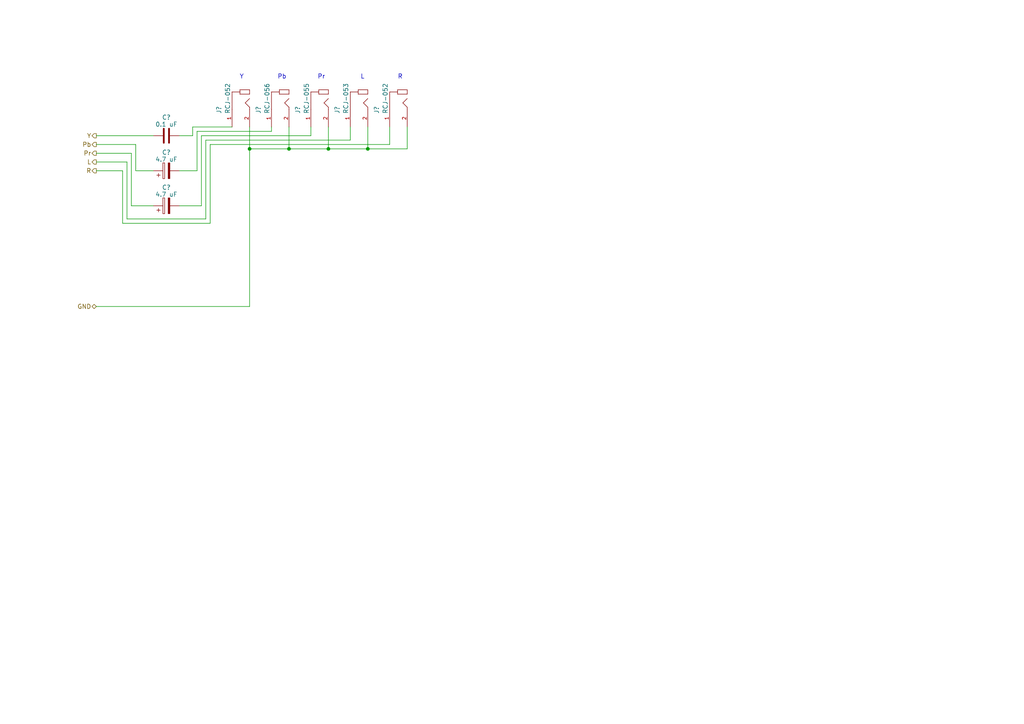
<source format=kicad_sch>
(kicad_sch (version 20250114) (generator "eeschema") (generator_version "9.0")
  (paper "A4")
  (title_block (title "OCS6 - Component Input") (company "Garrett Dickinson"))
  (lib_symbols
    (symbol "CUI_RCJ:CUI_RCJ-052" (pin_names (offset 1.016) (hide yes))
      (property "Reference" "J" (at -5.6388 4.0894 0))
      (property "Value" "CUI_RCJ-052" (at -5.1308 -5.6388 0))
      (symbol "CUI_RCJ-052_0_0"
        (polyline (pts (xy -5.715 2.54) (xy -5.715 -0.254)) (stroke (width 0.1524)))
        (polyline (pts (xy -5.715 -0.254) (xy -5.08 -0.254)) (stroke (width 0.1524)))
        (polyline (pts (xy -5.08 -0.254) (xy -4.445 -0.254)) (stroke (width 0.1524)))
        (polyline (pts (xy -5.08 -2.54) (xy -5.08 -0.254)) (stroke (width 0.1524)))
        (polyline (pts (xy -4.445 2.54) (xy -5.715 2.54)) (stroke (width 0.1524)))
        (polyline (pts (xy -4.445 -0.254) (xy -4.445 2.54)) (stroke (width 0.1524)))
        (polyline (pts (xy -1.905 1.27) (xy -3.175 2.54)) (stroke (width 0.1524)))
        (polyline (pts (xy -0.635 2.54) (xy -1.905 1.27)) (stroke (width 0.1524)))
        (polyline (pts (xy 0 2.54) (xy -0.635 2.54)) (stroke (width 0.1524)))
        (polyline (pts (xy 0 -2.54) (xy -5.08 -2.54)) (stroke (width 0.1524)))
        (pin passive line (at 5.08 2.54 180) (length 5.08) (name "~") (number "2"))
        (pin passive line (at 5.08 -2.54 180) (length 5.08) (name "~") (number "1"))
      )
    )
    (symbol "CUI_RCJ:CUI_RCJ-053" (pin_names (offset 1.016) (hide yes))
      (property "Reference" "J" (at -5.6388 4.0894 0))
      (property "Value" "CUI_RCJ-053" (at -5.1054 -5.6134 0))
      (symbol "CUI_RCJ-053_0_0"
        (polyline (pts (xy -5.715 2.54) (xy -5.715 -0.254)) (stroke (width 0.1524)))
        (polyline (pts (xy -5.715 -0.254) (xy -5.08 -0.254)) (stroke (width 0.1524)))
        (polyline (pts (xy -5.08 -0.254) (xy -4.445 -0.254)) (stroke (width 0.1524)))
        (polyline (pts (xy -5.08 -2.54) (xy -5.08 -0.254)) (stroke (width 0.1524)))
        (polyline (pts (xy -4.445 2.54) (xy -5.715 2.54)) (stroke (width 0.1524)))
        (polyline (pts (xy -4.445 -0.254) (xy -4.445 2.54)) (stroke (width 0.1524)))
        (polyline (pts (xy -1.905 1.27) (xy -3.175 2.54)) (stroke (width 0.1524)))
        (polyline (pts (xy -0.635 2.54) (xy -1.905 1.27)) (stroke (width 0.1524)))
        (polyline (pts (xy 0 2.54) (xy -0.635 2.54)) (stroke (width 0.1524)))
        (polyline (pts (xy 0 -2.54) (xy -5.08 -2.54)) (stroke (width 0.1524)))
        (pin passive line (at 5.08 2.54 180) (length 5.08) (name "~") (number "2"))
        (pin passive line (at 5.08 -2.54 180) (length 5.08) (name "~") (number "1"))
      )
    )
    (symbol "CUI_RCJ:CUI_RCJ-055" (pin_names (offset 1.016) (hide yes))
      (property "Reference" "J" (at -5.6388 4.0894 0))
      (property "Value" "CUI_RCJ-055" (at -5.1308 -5.6388 0))
      (symbol "CUI_RCJ-055_0_0"
        (polyline (pts (xy -5.715 2.54) (xy -5.715 -0.254)) (stroke (width 0.1524)))
        (polyline (pts (xy -5.715 -0.254) (xy -5.08 -0.254)) (stroke (width 0.1524)))
        (polyline (pts (xy -5.08 -0.254) (xy -4.445 -0.254)) (stroke (width 0.1524)))
        (polyline (pts (xy -5.08 -2.54) (xy -5.08 -0.254)) (stroke (width 0.1524)))
        (polyline (pts (xy -4.445 2.54) (xy -5.715 2.54)) (stroke (width 0.1524)))
        (polyline (pts (xy -4.445 -0.254) (xy -4.445 2.54)) (stroke (width 0.1524)))
        (polyline (pts (xy -1.905 1.27) (xy -3.175 2.54)) (stroke (width 0.1524)))
        (polyline (pts (xy -0.635 2.54) (xy -1.905 1.27)) (stroke (width 0.1524)))
        (polyline (pts (xy 0 2.54) (xy -0.635 2.54)) (stroke (width 0.1524)))
        (polyline (pts (xy 0 -2.54) (xy -5.08 -2.54)) (stroke (width 0.1524)))
        (pin passive line (at 5.08 2.54 180) (length 5.08) (name "~") (number "2"))
        (pin passive line (at 5.08 -2.54 180) (length 5.08) (name "~") (number "1"))
      )
    )
    (symbol "CUI_RCJ:CUI_RCJ-056" (pin_names (offset 1.016) (hide yes))
      (property "Reference" "J" (at -5.6388 4.0894 0))
      (property "Value" "CUI_RCJ-056" (at -5.1054 -5.6134 0))
      (symbol "CUI_RCJ-056_0_0"
        (polyline (pts (xy -5.715 2.54) (xy -5.715 -0.254)) (stroke (width 0.1524)))
        (polyline (pts (xy -5.715 -0.254) (xy -5.08 -0.254)) (stroke (width 0.1524)))
        (polyline (pts (xy -5.08 -0.254) (xy -4.445 -0.254)) (stroke (width 0.1524)))
        (polyline (pts (xy -5.08 -2.54) (xy -5.08 -0.254)) (stroke (width 0.1524)))
        (polyline (pts (xy -4.445 2.54) (xy -5.715 2.54)) (stroke (width 0.1524)))
        (polyline (pts (xy -4.445 -0.254) (xy -4.445 2.54)) (stroke (width 0.1524)))
        (polyline (pts (xy -1.905 1.27) (xy -3.175 2.54)) (stroke (width 0.1524)))
        (polyline (pts (xy -0.635 2.54) (xy -1.905 1.27)) (stroke (width 0.1524)))
        (polyline (pts (xy 0 2.54) (xy -0.635 2.54)) (stroke (width 0.1524)))
        (polyline (pts (xy 0 -2.54) (xy -5.08 -2.54)) (stroke (width 0.1524)))
        (pin passive line (at 5.08 2.54 180) (length 5.08) (name "~") (number "2"))
        (pin passive line (at 5.08 -2.54 180) (length 5.08) (name "~") (number "1"))
      )
    )
    (symbol "Device:C" (pin_numbers (hide yes)) (pin_names (offset 0.254))
      (property "Reference" "C" (at 0.635 2.54 0))
      (property "Value" "C" (at 0.635 -2.54 0))
      (symbol "C_0_1"
        (polyline (pts (xy -2.032 0.762) (xy 2.032 0.762)) (stroke (width 0.508)))
        (polyline (pts (xy -2.032 -0.762) (xy 2.032 -0.762)) (stroke (width 0.508)))
      )
      (symbol "C_1_1"
        (pin passive line (at 0 3.81 270) (length 2.794) (name "~") (number "1"))
        (pin passive line (at 0 -3.81 90) (length 2.794) (name "~") (number "2"))
      )
    )
    (symbol "Device:C_Polarized" (pin_numbers (hide yes)) (pin_names (offset 0.254))
      (property "Reference" "C" (at 0.635 2.54 0))
      (property "Value" "C_Polarized" (at 0.635 -2.54 0))
      (symbol "C_Polarized_0_1"
        (rectangle (start -2.286 0.508) (end 2.286 1.016))
        (polyline (pts (xy -1.778 2.286) (xy -0.762 2.286)))
        (polyline (pts (xy -1.27 2.794) (xy -1.27 1.778)))
        (rectangle (start 2.286 -0.508) (end -2.286 -1.016) (fill (type outline)))
      )
      (symbol "C_Polarized_1_1"
        (pin passive line (at 0 3.81 270) (length 2.794) (name "~") (number "1"))
        (pin passive line (at 0 -3.81 90) (length 2.794) (name "~") (number "2"))
      )
    )
  )
  (text "R" (at 116.078 22.352 0) (effects (font (size 1.27 1.27))))
  (text "Y" (at 70.104 22.352 0) (effects (font (size 1.27 1.27))))
  (text "L" (at 105.156 22.352 0) (effects (font (size 1.27 1.27))))
  (text "Pb" (at 81.788 22.352 0) (effects (font (size 1.27 1.27))))
  (text "Pr" (at 93.218 22.352 0) (effects (font (size 1.27 1.27))))
  (junction (at 95.25 43.18))
  (junction (at 72.39 43.18))
  (junction (at 106.68 43.18))
  (junction (at 83.82 43.18))
  (wire (pts (xy 83.82 43.18) (xy 95.25 43.18)))
  (wire (pts (xy 39.37 49.53) (xy 39.37 41.91)))
  (wire (pts (xy 55.88 39.37) (xy 52.07 39.37)))
  (wire (pts (xy 78.74 36.83) (xy 78.74 38.1)))
  (wire (pts (xy 90.17 39.37) (xy 90.17 36.83)))
  (wire (pts (xy 113.03 41.91) (xy 113.03 36.83)))
  (wire (pts (xy 95.25 43.18) (xy 106.68 43.18)))
  (wire (pts (xy 60.96 41.91) (xy 60.96 64.77)))
  (wire (pts (xy 59.69 40.64) (xy 59.69 63.5)))
  (wire (pts (xy 35.56 64.77) (xy 35.56 49.53)))
  (wire (pts (xy 39.37 41.91) (xy 27.94 41.91)))
  (wire (pts (xy 57.15 38.1) (xy 57.15 49.53)))
  (wire (pts (xy 27.94 88.9) (xy 72.39 88.9)))
  (wire (pts (xy 58.42 39.37) (xy 58.42 59.69)))
  (wire (pts (xy 36.83 63.5) (xy 36.83 46.99)))
  (wire (pts (xy 72.39 43.18) (xy 83.82 43.18)))
  (wire (pts (xy 95.25 36.83) (xy 95.25 43.18)))
  (wire (pts (xy 44.45 49.53) (xy 39.37 49.53)))
  (wire (pts (xy 106.68 36.83) (xy 106.68 43.18)))
  (wire (pts (xy 78.74 38.1) (xy 57.15 38.1)))
  (wire (pts (xy 36.83 46.99) (xy 27.94 46.99)))
  (wire (pts (xy 38.1 44.45) (xy 27.94 44.45)))
  (wire (pts (xy 57.15 49.53) (xy 52.07 49.53)))
  (wire (pts (xy 36.83 63.5) (xy 59.69 63.5)))
  (wire (pts (xy 106.68 43.18) (xy 118.11 43.18)))
  (wire (pts (xy 38.1 59.69) (xy 38.1 44.45)))
  (wire (pts (xy 83.82 36.83) (xy 83.82 43.18)))
  (wire (pts (xy 118.11 43.18) (xy 118.11 36.83)))
  (wire (pts (xy 101.6 40.64) (xy 101.6 36.83)))
  (wire (pts (xy 72.39 43.18) (xy 72.39 88.9)))
  (wire (pts (xy 58.42 59.69) (xy 52.07 59.69)))
  (wire (pts (xy 27.94 39.37) (xy 44.45 39.37)))
  (wire (pts (xy 72.39 36.83) (xy 72.39 43.18)))
  (wire (pts (xy 35.56 49.53) (xy 27.94 49.53)))
  (wire (pts (xy 101.6 40.64) (xy 59.69 40.64)))
  (wire (pts (xy 90.17 39.37) (xy 58.42 39.37)))
  (wire (pts (xy 35.56 64.77) (xy 60.96 64.77)))
  (wire (pts (xy 55.88 36.83) (xy 55.88 39.37)))
  (wire (pts (xy 67.31 36.83) (xy 55.88 36.83)))
  (wire (pts (xy 113.03 41.91) (xy 60.96 41.91)))
  (wire (pts (xy 44.45 59.69) (xy 38.1 59.69)))
  (hierarchical_label "GND" (shape bidirectional) (at 27.94 88.9 180))
  (hierarchical_label "R" (shape output) (at 27.94 49.53 180))
  (hierarchical_label "Y" (shape output) (at 27.94 39.37 180))
  (hierarchical_label "Pb" (shape output) (at 27.94 41.91 180))
  (hierarchical_label "L" (shape output) (at 27.94 46.99 180))
  (hierarchical_label "Pr" (shape output) (at 27.94 44.45 180))
  (symbol (lib_id "Device:C_Polarized") (at 48.26 59.69 90) (unit 1)
    (property "Reference" "C?" (at 48.26 54.356 90))
    (property "Value" "4.7 uF" (at 48.26 56.388 90))
    (property "Footprint" "Capacitor_SMD:C_0603_1608Metric" (effects (hide yes)))
    (property "Description" "Polarized capacitor" (effects (hide yes)))
  )
  (symbol (lib_id "Device:C_Polarized") (at 48.26 49.53 90) (unit 1)
    (property "Reference" "C?" (at 48.26 44.196 90))
    (property "Value" "4.7 uF" (at 48.26 46.228 90))
    (property "Footprint" "Capacitor_SMD:C_0603_1608Metric" (effects (hide yes)))
    (property "Description" "Polarized capacitor" (effects (hide yes)))
  )
  (symbol (lib_id "CUI_RCJ:CUI_RCJ-056") (at 81.28 31.75 270) (unit 1)
    (property "Reference" "J?" (at 74.93 33.02 0) (effects (justify right)))
    (property "Value" "RCJ-056" (at 77.47 33.02 0) (effects (justify right)))
    (property "Footprint" "CUI_RCJ-056" (effects (hide yes)))
    (property "Description" "Metal Vertical RCA Jack, Green Housing and Insulator" (effects (hide yes)))
    (property "MF" "CUI Devices" (effects (hide yes)))
    (property "PACKAGE" "None" (effects (hide yes)))
    (property "PRICE" "None" (effects (hide yes)))
    (property "CUI_PURCHASE_URL" "https://www.cuidevices.com/product/interconnect/connectors/rca-connectors/rcj-05-series?utm_source=snapeda.com&utm_medium=referral&utm_campaign=snapedaBOM" (effects (hide yes)))
    (property "MP" "RCJ-056" (effects (hide yes)))
    (property "AVAILABILITY" "Unavailable" (effects (hide yes)))
  )
  (symbol (lib_id "Device:C") (at 48.26 39.37 90) (unit 1)
    (property "Reference" "C?" (at 48.26 34.036 90))
    (property "Value" "0.1 uF" (at 48.26 36.068 90))
    (property "Footprint" "Capacitor_SMD:C_0603_1608Metric" (effects (hide yes)))
    (property "Description" "Unpolarized capacitor" (effects (hide yes)))
  )
  (symbol (lib_id "CUI_RCJ:CUI_RCJ-055") (at 92.71 31.75 270) (unit 1)
    (property "Reference" "J?" (at 86.36 33.02 0) (effects (justify right)))
    (property "Value" "RCJ-055" (at 88.9 33.02 0) (effects (justify right)))
    (property "Footprint" "CUI_RCJ-055" (effects (hide yes)))
    (property "Description" "1 Port,  Vertical, Through Hole, RCA Jack Connector" (effects (hide yes)))
    (property "MF" "CUI Devices" (effects (hide yes)))
    (property "PACKAGE" "None" (effects (hide yes)))
    (property "PRICE" "None" (effects (hide yes)))
    (property "CUI_PURCHASE_URL" "https://www.cuidevices.com/product/interconnect/connectors/rca-connectors/rcj-05-series?utm_source=snapeda.com&utm_medium=referral&utm_campaign=snapedaBOM" (effects (hide yes)))
    (property "MP" "RCJ-055" (effects (hide yes)))
    (property "AVAILABILITY" "Unavailable" (effects (hide yes)))
  )
  (symbol (lib_id "CUI_RCJ:CUI_RCJ-052") (at 115.57 31.75 270) (unit 1)
    (property "Reference" "J?" (at 109.22 33.02 0) (effects (justify right)))
    (property "Value" "RCJ-052" (at 111.76 33.02 0) (effects (justify right)))
    (property "Footprint" "CUI_RCJ-052" (effects (hide yes)))
    (property "Description" "1 Port,  Vertical, Through Hole, RCA Jack Connector" (effects (hide yes)))
    (property "MF" "CUI Devices" (effects (hide yes)))
    (property "PACKAGE" "None" (effects (hide yes)))
    (property "PRICE" "None" (effects (hide yes)))
    (property "CUI_PURCHASE_URL" "https://www.cuidevices.com/product/interconnect/connectors/rca-connectors/rcj-05-series?utm_source=snapeda.com&utm_medium=referral&utm_campaign=snapedaBOM" (effects (hide yes)))
    (property "MP" "RCJ-052" (effects (hide yes)))
    (property "AVAILABILITY" "Unavailable" (effects (hide yes)))
  )
  (symbol (lib_id "CUI_RCJ:CUI_RCJ-052") (at 69.85 31.75 270) (unit 1)
    (property "Reference" "J?" (at 63.5 33.02 0) (effects (justify right)))
    (property "Value" "RCJ-052" (at 66.04 33.02 0) (effects (justify right)))
    (property "Footprint" "CUI_RCJ-052" (effects (hide yes)))
    (property "Description" "1 Port,  Vertical, Through Hole, RCA Jack Connector" (effects (hide yes)))
    (property "MF" "CUI Devices" (effects (hide yes)))
    (property "PACKAGE" "None" (effects (hide yes)))
    (property "PRICE" "None" (effects (hide yes)))
    (property "CUI_PURCHASE_URL" "https://www.cuidevices.com/product/interconnect/connectors/rca-connectors/rcj-05-series?utm_source=snapeda.com&utm_medium=referral&utm_campaign=snapedaBOM" (effects (hide yes)))
    (property "MP" "RCJ-052" (effects (hide yes)))
    (property "AVAILABILITY" "Unavailable" (effects (hide yes)))
  )
  (symbol (lib_id "CUI_RCJ:CUI_RCJ-053") (at 104.14 31.75 270) (unit 1)
    (property "Reference" "J?" (at 97.79 33.02 0) (effects (justify right)))
    (property "Value" "RCJ-053" (at 100.33 33.02 0) (effects (justify right)))
    (property "Footprint" "CUI_RCJ-053" (effects (hide yes)))
    (property "Description" "Metal Vertical RCA Jack, White Housing and Insulator" (effects (hide yes)))
    (property "MF" "CUI Devices" (effects (hide yes)))
    (property "PACKAGE" "None" (effects (hide yes)))
    (property "PRICE" "None" (effects (hide yes)))
    (property "CUI_PURCHASE_URL" "https://www.cuidevices.com/product/interconnect/connectors/rca-connectors/rcj-05-series?utm_source=snapeda.com&utm_medium=referral&utm_campaign=snapedaBOM" (effects (hide yes)))
    (property "MP" "RCJ-053" (effects (hide yes)))
    (property "AVAILABILITY" "Unavailable" (effects (hide yes)))
  )
)
</source>
